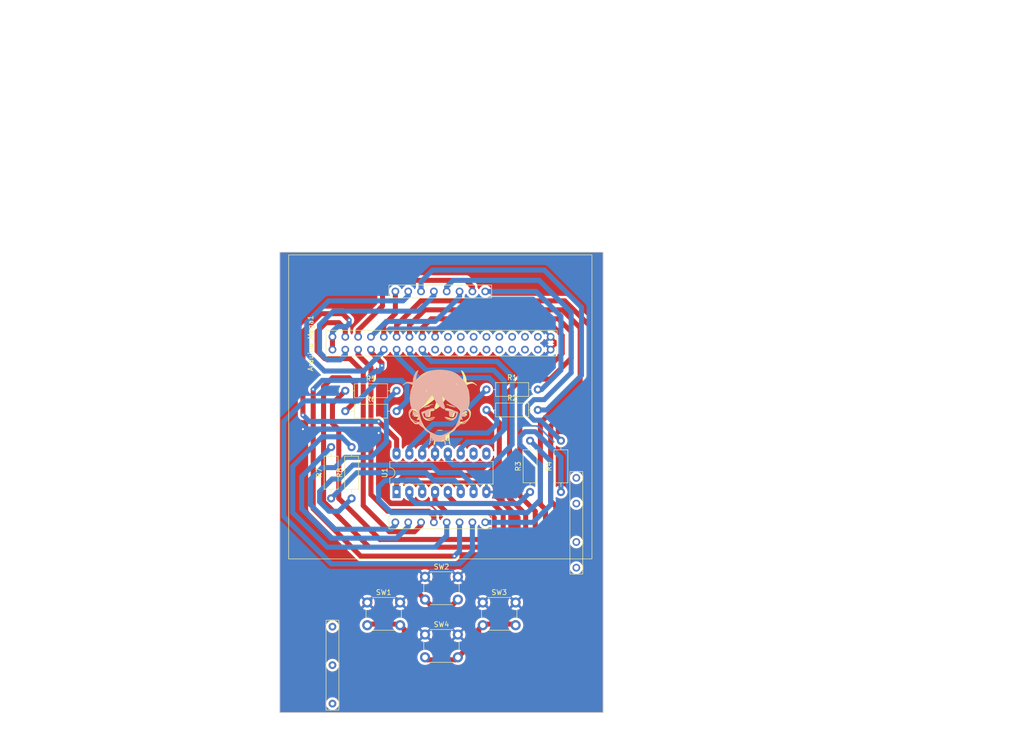
<source format=kicad_pcb>
(kicad_pcb (version 20240108) (generator "pcbnew") (generator_version "8.0")
  (title_block (title "TEJ Final Project") (date "2024-05-03") (company "TEJ4M1-02"))
  (layers (0 "F.Cu" signal) (31 "B.Cu" signal) (34 "B.Paste" user) (35 "F.Paste" user) (36 "B.SilkS" user "B.Silkscreen") (37 "F.SilkS" user "F.Silkscreen") (38 "B.Mask" user) (39 "F.Mask" user) (44 "Edge.Cuts" user))
  (net 0 "")
  (net 1 "Net-(LED_Matrix_8x1-C5)")
  (net 2 "Net-(LED_Matrix_8x1-C2)")
  (net 3 "Net-(LED_Matrix_8x1-C7)")
  (net 4 "Net-(U1-SER)")
  (net 7 "Net-(Arduino_Mega1-Pad33)")
  (net 8 "Net-(U1-SRCLK)")
  (net 9 "Net-(LED_Matrix_8x1-C3)")
  (net 10 "Net-(Arduino_Mega1-Pad37)")
  (net 11 "Net-(LED_Matrix_8x1-C4)")
  (net 12 "Net-(U1-GND)")
  (net 13 "Net-(LED_Matrix_8x1-C8)")
  (net 14 "Net-(Arduino_Mega1-Pad35)")
  (net 15 "Net-(LED_Matrix_8x1-C1)")
  (net 16 "Net-(U1-RCLK)")
  (net 17 "Net-(LED_Matrix_8x1-C6)")
  (net 18 "Net-(LED_Matrix_8x1-R6)")
  (net 19 "Net-(LED_Matrix_8x1-R1)")
  (net 20 "Net-(LED_Matrix_8x1-R7)")
  (net 21 "Net-(LED_Matrix_8x1-R4)")
  (net 22 "Net-(LED_Matrix_8x1-R2)")
  (net 23 "Net-(LED_Matrix_8x1-R3)")
  (net 24 "Net-(LED_Matrix_8x1-R5)")
  (net 25 "Net-(LED_Matrix_8x1-R8)")
  (net 26 "Net-(U1-QA)")
  (net 27 "Net-(U1-QB)")
  (net 28 "Net-(U1-QC)")
  (net 29 "Net-(U1-QD)")
  (net 30 "Net-(U1-QE)")
  (net 31 "Net-(U1-QF)")
  (net 32 "Net-(U1-QG)")
  (net 33 "Net-(U1-QH)")
  (net 34 "Net-(U1-VCC)")
  (net 52 "Net-(Arduino_Mega1-Pad31)")
  (footprint "Resistor_THT:R_Axial_DIN0207_L6.3mm_D2.5mm_P10.16mm_Horizontal" (layer "F.Cu") (at 129.54 72.658)
    (property "Reference" "R5" (at 5.08 -2.37 0) (layer "F.SilkS"))
    (property "Value" "220")
    (pad "1" thru_hole circle (at 0 0) (size 1.6 1.6) (drill 0.8) (layers "*.Cu" "*.Mask") (net 30 "Net-(U1-QE)"))
    (pad "2" thru_hole oval (at 10.16 0) (size 1.6 1.6) (drill 0.8) (layers "*.Cu" "*.Mask") (net 24 "Net-(LED_Matrix_8x1-R5)"))
  )
  (footprint "Button_Switch_THT:SW_PUSH_6mm" (layer "F.Cu") (at 145.32 120.94)
    (property "Reference" "SW4" (at 3.25 -2 0) (layer "F.SilkS"))
    (property "Value" "DOWN")
    (pad "1" thru_hole circle (at 0 0 90) (size 2 2) (drill 1.1) (layers "*.Cu" "*.Mask") (net 12 "Net-(U1-GND)"))
    (pad "1" thru_hole circle (at 6.5 0 90) (size 2 2) (drill 1.1) (layers "*.Cu" "*.Mask") (net 12 "Net-(U1-GND)"))
    (pad "2" thru_hole circle (at 0 4.5 90) (size 2 2) (drill 1.1) (layers "*.Cu" "*.Mask") (net 10 "Net-(Arduino_Mega1-Pad37)"))
    (pad "2" thru_hole circle (at 6.5 4.5 90) (size 2 2) (drill 1.1) (layers "*.Cu" "*.Mask") (net 10 "Net-(Arduino_Mega1-Pad37)"))
  )
  (footprint "Package_DIP:CERDIP-16_W7.62mm_SideBrazed_LongPads" (layer "F.Cu") (at 139.68 92.71 90)
    (property "Reference" "U1" (at 3.81 -2.33 -90) (layer "F.SilkS"))
    (property "Value" "74HC595")
    (pad "1" thru_hole rect (at 0 0 90) (size 2.4 1.6) (drill 0.8) (layers "*.Cu" "*.Mask") (net 27 "Net-(U1-QB)"))
    (pad "2" thru_hole oval (at 0 2.54 90) (size 2.4 1.6) (drill 0.8) (layers "*.Cu" "*.Mask") (net 28 "Net-(U1-QC)"))
    (pad "3" thru_hole oval (at 0 5.08 90) (size 2.4 1.6) (drill 0.8) (layers "*.Cu" "*.Mask") (net 29 "Net-(U1-QD)"))
    (pad "4" thru_hole oval (at 0 7.62 90) (size 2.4 1.6) (drill 0.8) (layers "*.Cu" "*.Mask") (net 30 "Net-(U1-QE)"))
    (pad "5" thru_hole oval (at 0 10.16 90) (size 2.4 1.6) (drill 0.8) (layers "*.Cu" "*.Mask") (net 31 "Net-(U1-QF)"))
    (pad "6" thru_hole oval (at 0 12.7 90) (size 2.4 1.6) (drill 0.8) (layers "*.Cu" "*.Mask") (net 32 "Net-(U1-QG)"))
    (pad "7" thru_hole oval (at 0 15.24 90) (size 2.4 1.6) (drill 0.8) (layers "*.Cu" "*.Mask") (net 33 "Net-(U1-QH)"))
    (pad "8" thru_hole oval (at 0 17.78 90) (size 2.4 1.6) (drill 0.8) (layers "*.Cu" "*.Mask") (net 12 "Net-(U1-GND)"))
    (pad "9" thru_hole oval (at 7.62 17.78 90) (size 2.4 1.6) (drill 0.8) (layers "*.Cu" "*.Mask"))
    (pad "10" thru_hole oval (at 7.62 15.24 90) (size 2.4 1.6) (drill 0.8) (layers "*.Cu" "*.Mask"))
    (pad "11" thru_hole oval (at 7.62 12.7 90) (size 2.4 1.6) (drill 0.8) (layers "*.Cu" "*.Mask") (net 8 "Net-(U1-SRCLK)"))
    (pad "12" thru_hole oval (at 7.62 10.16 90) (size 2.4 1.6) (drill 0.8) (layers "*.Cu" "*.Mask") (net 16 "Net-(U1-RCLK)"))
    (pad "13" thru_hole oval (at 7.62 7.62 90) (size 2.4 1.6) (drill 0.8) (layers "*.Cu" "*.Mask") (net 12 "Net-(U1-GND)"))
    (pad "14" thru_hole oval (at 7.62 5.08 90) (size 2.4 1.6) (drill 0.8) (layers "*.Cu" "*.Mask") (net 4 "Net-(U1-SER)"))
    (pad "15" thru_hole oval (at 7.62 2.54 90) (size 2.4 1.6) (drill 0.8) (layers "*.Cu" "*.Mask") (net 26 "Net-(U1-QA)"))
    (pad "16" thru_hole oval (at 7.62 0 90) (size 2.4 1.6) (drill 0.8) (layers "*.Cu" "*.Mask") (net 34 "Net-(U1-VCC)"))
  )
  (footprint "Resistor_THT:R_Axial_DIN0207_L6.3mm_D2.5mm_P10.16mm_Horizontal" (layer "F.Cu") (at 126.74 93.98 90)
    (property "Reference" "R7" (at 5.08 -2.37 -90) (layer "F.SilkS"))
    (property "Value" "220")
    (pad "1" thru_hole circle (at 0 0 90) (size 1.6 1.6) (drill 0.8) (layers "*.Cu" "*.Mask") (net 32 "Net-(U1-QG)"))
    (pad "2" thru_hole oval (at 10.16 0 90) (size 1.6 1.6) (drill 0.8) (layers "*.Cu" "*.Mask") (net 20 "Net-(LED_Matrix_8x1-R7)"))
  )
  (footprint "Resistor_THT:R_Axial_DIN0207_L6.3mm_D2.5mm_P10.16mm_Horizontal" (layer "F.Cu") (at 129.54 76.708)
    (property "Reference" "R6" (at 5.08 -2.37 0) (layer "F.SilkS"))
    (property "Value" "220")
    (pad "1" thru_hole circle (at 0 0) (size 1.6 1.6) (drill 0.8) (layers "*.Cu" "*.Mask") (net 31 "Net-(U1-QF)"))
    (pad "2" thru_hole oval (at 10.16 0) (size 1.6 1.6) (drill 0.8) (layers "*.Cu" "*.Mask") (net 18 "Net-(LED_Matrix_8x1-R6)"))
  )
  (footprint "Resistor_THT:R_Axial_DIN0207_L6.3mm_D2.5mm_P10.16mm_Horizontal" (layer "F.Cu") (at 157.48 72.418)
    (property "Reference" "R1" (at 5.08 -2.37 0) (layer "F.SilkS"))
    (property "Value" "220")
    (pad "1" thru_hole circle (at 0 0) (size 1.6 1.6) (drill 0.8) (layers "*.Cu" "*.Mask") (net 26 "Net-(U1-QA)"))
    (pad "2" thru_hole oval (at 10.16 0) (size 1.6 1.6) (drill 0.8) (layers "*.Cu" "*.Mask") (net 19 "Net-(LED_Matrix_8x1-R1)"))
  )
  (footprint "TEJ Matrix:LED Matrix" (layer "F.Cu") (at 148.343 75.859 90)
    (property "Reference" "LED_Matrix_8x1" (hide yes))
    (property "Value" "~" (hide yes))
    (pad "1" thru_hole circle (at -22.86 -8.89 90) (size 1.524 1.524) (drill 0.9) (layers "*.Cu" "*.Mask") (net 24 "Net-(LED_Matrix_8x1-R5)"))
    (pad "2" thru_hole circle (at -22.86 -6.35 90) (size 1.524 1.524) (drill 0.9) (layers "*.Cu" "*.Mask") (net 20 "Net-(LED_Matrix_8x1-R7)"))
    (pad "3" thru_hole circle (at -22.86 -3.81 90) (size 1.524 1.524) (drill 0.9) (layers "*.Cu" "*.Mask") (net 2 "Net-(LED_Matrix_8x1-C2)"))
    (pad "4" thru_hole circle (at -22.86 -1.27 90) (size 1.524 1.524) (drill 0.9) (layers "*.Cu" "*.Mask") (net 9 "Net-(LED_Matrix_8x1-C3)"))
    (pad "5" thru_hole circle (at -22.86 1.27 90) (size 1.524 1.524) (drill 0.9) (layers "*.Cu" "*.Mask") (net 25 "Net-(LED_Matrix_8x1-R8)"))
    (pad "6" thru_hole circle (at -22.86 3.81 90) (size 1.524 1.524) (drill 0.9) (layers "*.Cu" "*.Mask") (net 1 "Net-(LED_Matrix_8x1-C5)"))
    (pad "7" thru_hole circle (at -22.86 6.35 90) (size 1.524 1.524) (drill 0.9) (layers "*.Cu" "*.Mask") (net 18 "Net-(LED_Matrix_8x1-R6)"))
    (pad "8" thru_hole circle (at -22.86 8.89 90) (size 1.524 1.524) (drill 0.9) (layers "*.Cu" "*.Mask") (net 23 "Net-(LED_Matrix_8x1-R3)"))
    (pad "9" thru_hole circle (at 22.86 8.89 90) (size 1.524 1.524) (drill 0.9) (layers "*.Cu" "*.Mask") (net 19 "Net-(LED_Matrix_8x1-R1)"))
    (pad "10" thru_hole circle (at 22.86 6.35 90) (size 1.524 1.524) (drill 0.9) (layers "*.Cu" "*.Mask") (net 11 "Net-(LED_Matrix_8x1-C4)"))
    (pad "11" thru_hole circle (at 22.86 3.81 90) (size 1.524 1.524) (drill 0.9) (layers "*.Cu" "*.Mask") (net 17 "Net-(LED_Matrix_8x1-C6)"))
    (pad "12" thru_hole circle (at 22.86 1.27 90) (size 1.524 1.524) (drill 0.9) (layers "*.Cu" "*.Mask") (net 21 "Net-(LED_Matrix_8x1-R4)"))
    (pad "13" thru_hole circle (at 22.86 -1.27 90) (size 1.524 1.524) (drill 0.9) (layers "*.Cu" "*.Mask") (net 15 "Net-(LED_Matrix_8x1-C1)"))
    (pad "14" thru_hole circle (at 22.86 -3.81 90) (size 1.524 1.524) (drill 0.9) (layers "*.Cu" "*.Mask") (net 22 "Net-(LED_Matrix_8x1-R2)"))
    (pad "15" thru_hole circle (at 22.86 -6.35 90) (size 1.524 1.524) (drill 0.9) (layers "*.Cu" "*.Mask") (net 3 "Net-(LED_Matrix_8x1-C7)"))
    (pad "16" thru_hole circle (at 22.86 -8.89 90) (size 1.524 1.524) (drill 0.9) (layers "*.Cu" "*.Mask") (net 13 "Net-(LED_Matrix_8x1-C8)"))
  )
  (footprint "Resistor_THT:R_Axial_DIN0207_L6.3mm_D2.5mm_P10.16mm_Horizontal" (layer "F.Cu") (at 130.79 93.98 90)
    (property "Reference" "R8" (at 5.08 -2.37 -90) (layer "F.SilkS"))
    (property "Value" "220")
    (pad "1" thru_hole circle (at 0 0 90) (size 1.6 1.6) (drill 0.8) (layers "*.Cu" "*.Mask") (net 33 "Net-(U1-QH)"))
    (pad "2" thru_hole oval (at 10.16 0 90) (size 1.6 1.6) (drill 0.8) (layers "*.Cu" "*.Mask") (net 25 "Net-(LED_Matrix_8x1-R8)"))
  )
  (footprint "Resistor_THT:R_Axial_DIN0207_L6.3mm_D2.5mm_P10.16mm_Horizontal" (layer "F.Cu") (at 166.11 92.71 90)
    (property "Reference" "R3" (at 5.08 -2.37 -90) (layer "F.SilkS"))
    (property "Value" "220")
    (pad "1" thru_hole circle (at 0 0 90) (size 1.6 1.6) (drill 0.8) (layers "*.Cu" "*.Mask") (net 28 "Net-(U1-QC)"))
    (pad "2" thru_hole oval (at 10.16 0 90) (size 1.6 1.6) (drill 0.8) (layers "*.Cu" "*.Mask") (net 23 "Net-(LED_Matrix_8x1-R3)"))
  )
  (footprint "TEJ Matrix:Arduino Mega" (layer "F.Cu") (at 148.59 63.246 90)
    (property "Reference" "Arduino_Mega1" (at 0 -25.908 90) (layer "F.SilkS"))
    (property "Value" "~")
    (pad "5V" thru_hole circle (at -1.27 -21.59 90) (size 1.524 1.524) (drill 0.9) (layers "*.Cu" "*.Mask") (net 34 "Net-(U1-VCC)"))
    (pad "5V" thru_hole circle (at 1.27 -21.59 90) (size 1.524 1.524) (drill 0.9) (layers "*.Cu" "*.Mask") (net 34 "Net-(U1-VCC)"))
    (pad "22" thru_hole circle (at -1.27 -19.05 90) (size 1.524 1.524) (drill 0.9) (layers "*.Cu" "*.Mask") (net 15 "Net-(LED_Matrix_8x1-C1)"))
    (pad "23" thru_hole circle (at 1.27 -19.05 90) (size 1.524 1.524) (drill 0.9) (layers "*.Cu" "*.Mask") (net 2 "Net-(LED_Matrix_8x1-C2)"))
    (pad "24" thru_hole circle (at -1.27 -16.51 90) (size 1.524 1.524) (drill 0.9) (layers "*.Cu" "*.Mask") (net 9 "Net-(LED_Matrix_8x1-C3)"))
    (pad "25" thru_hole circle (at 1.27 -16.51 90) (size 1.524 1.524) (drill 0.9) (layers "*.Cu" "*.Mask") (net 11 "Net-(LED_Matrix_8x1-C4)"))
    (pad "26" thru_hole circle (at -1.27 -13.97 90) (size 1.524 1.524) (drill 0.9) (layers "*.Cu" "*.Mask") (net 1 "Net-(LED_Matrix_8x1-C5)"))
    (pad "27" thru_hole circle (at 1.27 -13.97 90) (size 1.524 1.524) (drill 0.9) (layers "*.Cu" "*.Mask") (net 17 "Net-(LED_Matrix_8x1-C6)"))
    (pad "28" thru_hole circle (at -1.27 -11.43 90) (size 1.524 1.524) (drill 0.9) (layers "*.Cu" "*.Mask") (net 3 "Net-(LED_Matrix_8x1-C7)"))
    (pad "29" thru_hole circle (at 1.27 -11.43 90) (size 1.524 1.524) (drill 0.9) (layers "*.Cu" "*.Mask") (net 13 "Net-(LED_Matrix_8x1-C8)"))
    (pad "30" thru_hole circle (at -1.27 -8.89 90) (size 1.524 1.524) (drill 0.9) (layers "*.Cu" "*.Mask") (net 4 "Net-(U1-SER)"))
    (pad "31" thru_hole circle (at 1.27 -8.89 90) (size 1.524 1.524) (drill 0.9) (layers "*.Cu" "*.Mask") (net 52 "Net-(Arduino_Mega1-Pad31)"))
    (pad "32" thru_hole circle (at -1.27 -6.35 90) (size 1.524 1.524) (drill 0.9) (layers "*.Cu" "*.Mask") (net 8 "Net-(U1-SRCLK)"))
    (pad "33" thru_hole circle (at 1.27 -6.35 90) (size 1.524 1.524) (drill 0.9) (layers "*.Cu" "*.Mask") (net 7 "Net-(Arduino_Mega1-Pad33)"))
    (pad "34" thru_hole circle (at -1.27 -3.81 90) (size 1.524 1.524) (drill 0.9) (layers "*.Cu" "*.Mask") (net 16 "Net-(U1-RCLK)"))
    (pad "35" thru_hole circle (at 1.27 -3.81 90) (size 1.524 1.524) (drill 0.9) (layers "*.Cu" "*.Mask") (net 14 "Net-(Arduino_Mega1-Pad35)"))
    (pad "36" thru_hole circle (at -1.27 -1.27 90) (size 1.524 1.524) (drill 0.9) (layers "*.Cu" "*.Mask"))
    (pad "37" thru_hole circle (at 1.27 -1.27 90) (size 1.524 1.524) (drill 0.9) (layers "*.Cu" "*.Mask") (net 10 "Net-(Arduino_Mega1-Pad37)"))
    (pad "38" thru_hole circle (at -1.27 1.27 90) (size 1.524 1.524) (drill 0.9) (layers "*.Cu" "*.Mask"))
    (pad "39" thru_hole circle (at 1.27 1.27 90) (size 1.524 1.524) (drill 0.9) (layers "*.Cu" "*.Mask"))
    (pad "40" thru_hole circle (at -1.27 3.81 90) (size 1.524 1.524) (drill 0.9) (layers "*.Cu" "*.Mask"))
    (pad "41" thru_hole circle (at 1.27 3.81 90) (size 1.524 1.524) (drill 0.9) (layers "*.Cu" "*.Mask"))
    (pad "42" thru_hole circle (at -1.27 6.35 90) (size 1.524 1.524) (drill 0.9) (layers "*.Cu" "*.Mask"))
    (pad "43" thru_hole circle (at 1.27 6.35 90) (size 1.524 1.524) (drill 0.9) (layers "*.Cu" "*.Mask"))
    (pad "44" thru_hole circle (at -1.27 8.89 90) (size 1.524 1.524) (drill 0.9) (layers "*.Cu" "*.Mask"))
    (pad "45" thru_hole circle (at 1.27 8.89 90) (size 1.524 1.524) (drill 0.9) (layers "*.Cu" "*.Mask"))
    (pad "46" thru_hole circle (at -1.27 11.43 90) (size 1.524 1.524) (drill 0.9) (layers "*.Cu" "*.Mask"))
    (pad "47" thru_hole circle (at 1.27 11.43 90) (size 1.524 1.524) (drill 0.9) (layers "*.Cu" "*.Mask"))
    (pad "48" thru_hole circle (at -1.27 13.97 90) (size 1.524 1.524) (drill 0.9) (layers "*.Cu" "*.Mask"))
    (pad "49" thru_hole circle (at 1.27 13.97 90) (size 1.524 1.524) (drill 0.9) (layers "*.Cu" "*.Mask"))
    (pad "50" thru_hole circle (at -1.27 16.51 90) (size 1.524 1.524) (drill 0.9) (layers "*.Cu" "*.Mask"))
    (pad "51" thru_hole circle (at 1.27 16.51 90) (size 1.524 1.524) (drill 0.9) (layers "*.Cu" "*.Mask"))
    (pad "52" thru_hole circle (at -1.27 19.05 90) (size 1.524 1.524) (drill 0.9) (layers "*.Cu" "*.Mask"))
    (pad "53" thru_hole circle (at 1.27 19.05 90) (size 1.524 1.524) (drill 0.9) (layers "*.Cu" "*.Mask"))
    (pad "D" thru_hole circle (at -71.374 -21.59 90) (size 1.524 1.524) (drill 0.762) (layers "*.Cu" "*.Mask"))
    (pad "D" thru_hole circle (at -63.754 -21.59 90) (size 1.524 1.524) (drill 0.762) (layers "*.Cu" "*.Mask"))
    (pad "D" thru_hole circle (at -56.134 -21.59 90) (size 1.524 1.524) (drill 0.762) (layers "*.Cu" "*.Mask"))
    (pad "D" thru_hole circle (at -44.45 26.67 90) (size 1.524 1.524) (drill 0.9) (layers "*.Cu" "*.Mask"))
    (pad "D" thru_hole circle (at -39.37 26.67 90) (size 1.524 1.524) (drill 0.9) (layers "*.Cu" "*.Mask"))
    (pad "D" thru_hole circle (at -31.75 26.67 90) (size 1.524 1.524) (drill 0.9) (layers "*.Cu" "*.Mask"))
    (pad "D" thru_hole circle (at -26.67 26.67 90) (size 1.524 1.524) (drill 0.9) (layers "*.Cu" "*.Mask"))
    (pad "GND" thru_hole circle (at -1.27 21.59 90) (size 1.524 1.524) (drill 0.9) (layers "*.Cu" "*.Mask") (net 12 "Net-(U1-GND)"))
    (pad "GND" thru_hole circle (at 1.27 21.59 90) (size 1.524 1.524) (drill 0.9) (layers "*.Cu" "*.Mask") (net 12 "Net-(U1-GND)"))
  )
  (footprint "Button_Switch_THT:SW_PUSH_6mm" (layer "F.Cu") (at 145.32 109.51)
    (property "Reference" "SW2" (at 3.25 -2 0) (layer "F.SilkS"))
    (property "Value" "UP")
    (pad "1" thru_hole circle (at 0 0 90) (size 2 2) (drill 1.1) (layers "*.Cu" "*.Mask") (net 12 "Net-(U1-GND)"))
    (pad "1" thru_hole circle (at 6.5 0 90) (size 2 2) (drill 1.1) (layers "*.Cu" "*.Mask") (net 12 "Net-(U1-GND)"))
    (pad "2" thru_hole circle (at 0 4.5 90) (size 2 2) (drill 1.1) (layers "*.Cu" "*.Mask") (net 52 "Net-(Arduino_Mega1-Pad31)"))
    (pad "2" thru_hole circle (at 6.5 4.5 90) (size 2 2) (drill 1.1) (layers "*.Cu" "*.Mask") (net 52 "Net-(Arduino_Mega1-Pad31)"))
  )
  (footprint "Button_Switch_THT:SW_PUSH_6mm" (layer "F.Cu") (at 156.75 114.59)
    (property "Reference" "SW3" (at 3.25 -2 0) (layer "F.SilkS"))
    (property "Value" "RIGHT")
    (pad "1" thru_hole circle (at 0 0 90) (size 2 2) (drill 1.1) (layers "*.Cu" "*.Mask") (net 12 "Net-(U1-GND)"))
    (pad "1" thru_hole circle (at 6.5 0 90) (size 2 2) (drill 1.1) (layers "*.Cu" "*.Mask") (net 12 "Net-(U1-GND)"))
    (pad "2" thru_hole circle (at 0 4.5 90) (size 2 2) (drill 1.1) (layers "*.Cu" "*.Mask") (net 7 "Net-(Arduino_Mega1-Pad33)"))
    (pad "2" thru_hole circle (at 6.5 4.5 90) (size 2 2) (drill 1.1) (layers "*.Cu" "*.Mask") (net 7 "Net-(Arduino_Mega1-Pad33)"))
  )
  (footprint "Button_Switch_THT:SW_PUSH_6mm" (layer "F.Cu") (at 133.89 114.59)
    (property "Reference" "SW1" (at 3.25 -2 0) (layer "F.SilkS"))
    (property "Value" "LEFT")
    (pad "1" thru_hole circle (at 0 0 90) (size 2 2) (drill 1.1) (layers "*.Cu" "*.Mask") (net 12 "Net-(U1-GND)"))
    (pad "1" thru_hole circle (at 6.5 0 90) (size 2 2) (drill 1.1) (layers "*.Cu" "*.Mask") (net 12 "Net-(U1-GND)"))
    (pad "2" thru_hole circle (at 0 4.5 90) (size 2 2) (drill 1.1) (layers "*.Cu" "*.Mask") (net 14 "Net-(Arduino_Mega1-Pad35)"))
    (pad "2" thru_hole circle (at 6.5 4.5 90) (size 2 2) (drill 1.1) (layers "*.Cu" "*.Mask") (net 14 "Net-(Arduino_Mega1-Pad35)"))
  )
  (footprint "Resistor_THT:R_Axial_DIN0207_L6.3mm_D2.5mm_P10.16mm_Horizontal" (layer "F.Cu") (at 157.48 76.468)
    (property "Reference" "R2" (at 5.08 -2.37 0) (layer "F.SilkS"))
    (property "Value" "220")
    (pad "1" thru_hole circle (at 0 0) (size 1.6 1.6) (drill 0.8) (layers "*.Cu" "*.Mask") (net 27 "Net-(U1-QB)"))
    (pad "2" thru_hole oval (at 10.16 0) (size 1.6 1.6) (drill 0.8) (layers "*.Cu" "*.Mask") (net 22 "Net-(LED_Matrix_8x1-R2)"))
  )
  (footprint "Resistor_THT:R_Axial_DIN0207_L6.3mm_D2.5mm_P10.16mm_Horizontal" (layer "F.Cu") (at 172.212 92.71 90)
    (property "Reference" "R4" (at 5.08 -2.37 -90) (layer "F.SilkS"))
    (property "Value" "220")
    (pad "1" thru_hole circle (at 0 0 90) (size 1.6 1.6) (drill 0.8) (layers "*.Cu" "*.Mask") (net 29 "Net-(U1-QD)"))
    (pad "2" thru_hole oval (at 10.16 0 90) (size 1.6 1.6) (drill 0.8) (layers "*.Cu" "*.Mask") (net 21 "Net-(LED_Matrix_8x1-R4)"))
  )
  (gr_rect (start 116.566 45.212) (end 180.574 136.398) (stroke (width 0.15)) (fill none) (layer "Edge.Cuts"))
  (segment (start 134.62 65.024) (end 134.62 64.516) (width 1) (layer "F.Cu") (net 1))
  (segment (start 136.779 67.691) (end 136.779 67.183) (width 1) (layer "F.Cu") (net 1))
  (segment (start 136.779 67.183) (end 134.62 65.024) (width 1) (layer "F.Cu") (net 1))
  (segment (start 123.19 96.012) (end 132.588 105.41) (width 1) (layer "F.Cu") (net 1))
  (segment (start 123.19 72.39) (end 123.19 96.012) (width 1) (layer "F.Cu") (net 1))
  (segment (start 132.588 105.41) (end 151.13 105.41) (width 1) (layer "F.Cu") (net 1))
  (via (at 123.19 72.39) (size 0.6) (drill 0.4) (layers "F.Cu" "B.Cu") (net 1))
  (via (at 136.779 67.691) (size 0.6) (drill 0.4) (layers "F.Cu" "B.Cu") (net 1))
  (via (at 151.13 105.41) (size 0.6) (drill 0.4) (layers "F.Cu" "B.Cu") (net 1))
  (segment (start 151.13 105.41) (end 152.153 104.387) (width 1) (layer "B.Cu") (net 1))
  (segment (start 152.153 104.387) (end 152.153 98.719) (width 1) (layer "B.Cu") (net 1))
  (segment (start 135.382 68.834) (end 133.604 70.612) (width 1) (layer "B.Cu") (net 1))
  (segment (start 124.968 70.612) (end 123.19 72.39) (width 1) (layer "B.Cu") (net 1))
  (segment (start 136.779 67.691) (end 136.779 68.199) (width 1) (layer "B.Cu") (net 1))
  (segment (start 133.604 70.612) (end 124.968 70.612) (width 1) (layer "B.Cu") (net 1))
  (segment (start 136.144 68.834) (end 135.382 68.834) (width 1) (layer "B.Cu") (net 1))
  (segment (start 136.779 68.199) (end 136.144 68.834) (width 1) (layer "B.Cu") (net 1))
  (segment (start 128.27 59.182) (end 129.54 60.452) (width 1) (layer "F.Cu") (net 2))
  (segment (start 133.096 95.407321) (end 133.096 68.961) (width 1) (layer "F.Cu") (net 2))
  (segment (start 123.952 64.77) (end 123.952 60.96) (width 1) (layer "F.Cu") (net 2))
  (segment (start 123.952 60.96) (end 125.73 59.182) (width 1) (layer "F.Cu") (net 2))
  (segment (start 133.096 68.961) (end 130.429 66.294) (width 1) (layer "F.Cu") (net 2))
  (segment (start 125.73 59.182) (end 128.27 59.182) (width 1) (layer "F.Cu") (net 2))
  (segment (start 129.54 60.452) (end 129.54 61.976) (width 1) (layer "F.Cu") (net 2))
  (segment (start 125.476 66.294) (end 123.952 64.77) (width 1) (layer "F.Cu") (net 2))
  (segment (start 143.216 100.584) (end 138.272679 100.584) (width 1) (layer "F.Cu") (net 2))
  (segment (start 130.429 66.294) (end 125.476 66.294) (width 1) (layer "F.Cu") (net 2))
  (segment (start 144.533 98.719) (end 144.533 99.267) (width 1) (layer "F.Cu") (net 2))
  (segment (start 138.272679 100.584) (end 133.096 95.407321) (width 1) (layer "F.Cu") (net 2))
  (segment (start 144.533 99.267) (end 143.216 100.584) (width 1) (layer "F.Cu") (net 2))
  (segment (start 137.16 64.77) (end 137.16 64.516) (width 1) (layer "B.Cu") (net 3))
  (segment (start 140.97 54.864) (end 126.238 54.864) (width 1) (layer "B.Cu") (net 3))
  (segment (start 121.92 59.182) (end 121.92 65.278) (width 1) (layer "B.Cu") (net 3))
  (segment (start 121.92 65.278) (end 125.39645 68.75445) (width 1) (layer "B.Cu") (net 3))
  (segment (start 133.17555 68.75445) (end 137.16 64.77) (width 1) (layer "B.Cu") (net 3))
  (segment (start 141.993 52.999) (end 141.993 53.841) (width 1) (layer "B.Cu") (net 3))
  (segment (start 125.39645 68.75445) (end 133.17555 68.75445) (width 1) (layer "B.Cu") (net 3))
  (segment (start 141.993 53.841) (end 140.97 54.864) (width 1) (layer "B.Cu") (net 3))
  (segment (start 126.238 54.864) (end 121.92 59.182) (width 1) (layer "B.Cu") (net 3))
  (segment (start 159.512 79.248) (end 159.512 71.628) (width 1) (layer "B.Cu") (net 4))
  (segment (start 144.76 84.094) (end 147.828 81.026) (width 1) (layer "B.Cu") (net 4))
  (segment (start 144.018 70.104) (end 139.7 65.786) (width 1) (layer "B.Cu") (net 4))
  (segment (start 144.76 85.09) (end 144.76 84.094) (width 1) (layer "B.Cu") (net 4))
  (segment (start 157.988 70.104) (end 144.018 70.104) (width 1) (layer "B.Cu") (net 4))
  (segment (start 139.7 65.786) (end 139.7 64.516) (width 1) (layer "B.Cu") (net 4))
  (segment (start 159.512 71.628) (end 157.988 70.104) (width 1) (layer "B.Cu") (net 4))
  (segment (start 147.828 81.026) (end 157.734 81.026) (width 1) (layer "B.Cu") (net 4))
  (segment (start 157.734 81.026) (end 159.512 79.248) (width 1) (layer "B.Cu") (net 4))
  (segment (start 168.148 78.994) (end 168.148 95.169056) (width 1) (layer "F.Cu") (net 7))
  (segment (start 169.164 96.185056) (end 169.164 119.38) (width 1) (layer "F.Cu") (net 7))
  (segment (start 156.968 118.872) (end 163.032 118.872) (width 1) (layer "F.Cu") (net 7))
  (segment (start 143.002 126.238) (end 144.526 127.762) (width 1) (layer "F.Cu") (net 7))
  (segment (start 142.24 59.67) (end 145.268 56.642) (width 1) (layer "F.Cu") (net 7))
  (segment (start 131.756 118.18) (end 133.096 116.84) (width 1) (layer "F.Cu") (net 7))
  (segment (start 142.24 61.976) (end 142.24 59.67) (width 1) (layer "F.Cu") (net 7))
  (segment (start 144.526 127.762) (end 153.416 127.762) (width 1) (layer "F.Cu") (net 7))
  (segment (start 140.97 131.826) (end 131.756 122.612) (width 1) (layer "F.Cu") (net 7))
  (segment (start 156.718 131.826) (end 140.97 131.826) (width 1) (layer "F.Cu") (net 7))
  (segment (start 176.022 60.198) (end 176.022 71.12) (width 1) (layer "F.Cu") (net 7))
  (segment (start 169.164 119.38) (end 156.718 131.826) (width 1) (layer "F.Cu") (net 7))
  (segment (start 143.002 118.618) (end 143.002 126.238) (width 1) (layer "F.Cu") (net 7))
  (segment (start 172.466 56.642) (end 176.022 60.198) (width 1) (layer "F.Cu") (net 7))
  (segment (start 145.268 56.642) (end 172.466 56.642) (width 1) (layer "F.Cu") (net 7))
  (segment (start 156.75 119.09) (end 156.968 118.872) (width 1) (layer "F.Cu") (net 7))
  (segment (start 153.416 127.762) (end 155.956 125.222) (width 1) (layer "F.Cu") (net 7))
  (segment (start 133.096 116.84) (end 141.224 116.84) (width 1) (layer "F.Cu") (net 7))
  (segment (start 168.148 95.169056) (end 169.164 96.185056) (width 1) (layer "F.Cu") (net 7))
  (segment (start 155.956 125.222) (end 155.956 119.884) (width 1) (layer "F.Cu") (net 7))
  (segment (start 155.956 119.884) (end 156.75 119.09) (width 1) (layer "F.Cu") (net 7))
  (segment (start 141.224 116.84) (end 143.002 118.618) (width 1) (layer "F.Cu") (net 7))
  (segment (start 176.022 71.12) (end 168.148 78.994) (width 1) (layer "F.Cu") (net 7))
  (segment (start 163.032 118.872) (end 163.25 119.09) (width 1) (layer "F.Cu") (net 7))
  (segment (start 131.756 122.612) (end 131.756 118.18) (width 1) (layer "F.Cu") (net 7))
  (segment (start 158.496 82.804) (end 153.67 82.804) (width 1) (layer "B.Cu") (net 8))
  (segment (start 145.542 68.58) (end 158.877 68.58) (width 1) (layer "B.Cu") (net 8))
  (segment (start 153.67 82.804) (end 152.38 84.094) (width 1) (layer "B.Cu") (net 8))
  (segment (start 142.24 64.516) (end 142.24 65.278) (width 1) (layer "B.Cu") (net 8))
  (segment (start 152.38 84.094) (end 152.38 85.09) (width 1) (layer "B.Cu") (net 8))
  (segment (start 161.036 80.264) (end 158.496 82.804) (width 1) (layer "B.Cu") (net 8))
  (segment (start 142.24 65.278) (end 145.542 68.58) (width 1) (layer "B.Cu") (net 8))
  (segment (start 161.036 70.739) (end 161.036 80.264) (width 1) (layer "B.Cu") (net 8))
  (segment (start 158.877 68.58) (end 161.036 70.739) (width 1) (layer "B.Cu") (net 8))
  (segment (start 146.05 96.52) (end 147.073 97.543) (width 1) (layer "F.Cu") (net 9))
  (segment (start 137.922 96.52) (end 146.05 96.52) (width 1) (layer "F.Cu") (net 9))
  (segment (start 134.62 93.218) (end 137.922 96.52) (width 1) (layer "F.Cu") (net 9))
  (segment (start 132.08 65.532) (end 134.62 68.072) (width 1) (layer "F.Cu") (net 9))
  (segment (start 132.08 64.516) (end 132.08 65.532) (width 1) (layer "F.Cu") (net 9))
  (segment (start 147.073 97.543) (end 147.073 98.719) (width 1) (layer "F.Cu") (net 9))
  (segment (start 134.62 68.072) (end 134.62 93.218) (width 1) (layer "F.Cu") (net 9))
  (segment (start 151.32 125.94) (end 151.82 125.44) (width 1) (layer "F.Cu") (net 10))
  (segment (start 162.052 72.644) (end 162.052 93.98) (width 1) (layer "F.Cu") (net 10))
  (segment (start 147.32 61.976) (end 147.32 60.96) (width 1) (layer "F.Cu") (net 10))
  (segment (start 148.082 60.198) (end 170.942 60.198) (width 1) (layer "F.Cu") (net 10))
  (segment (start 164.080472 116.843528) (end 155.698472 116.843528) (width 1) (layer "F.Cu") (net 10))
  (segment (start 169.418 68.326) (end 166.37 68.326) (width 1) (layer "F.Cu") (net 10))
  (segment (start 165.24 97.168) (end 165.24 115.684) (width 1) (layer "F.Cu") (net 10))
  (segment (start 162.052 93.98) (end 165.24 97.168) (width 1) (layer "F.Cu") (net 10))
  (segment (start 172.466 65.278) (end 169.418 68.326) (width 1) (layer "F.Cu") (net 10))
  (segment (start 155.698472 116.843528) (end 154.432 118.11) (width 1) (layer "F.Cu") (net 10))
  (segment (start 145.32 125.44) (end 145.82 125.94) (width 1) (layer "F.Cu") (net 10))
  (segment (start 172.466 61.722) (end 172.466 65.278) (width 1) (layer "F.Cu") (net 10))
  (segment (start 154.432 118.11) (end 154.432 122.828) (width 1) (layer "F.Cu") (net 10))
  (segment (start 154.432 122.828) (end 151.82 125.44) (width 1) (layer "F.Cu") (net 10))
  (segment (start 145.82 125.94) (end 151.32 125.94) (width 1) (layer "F.Cu") (net 10))
  (segment (start 147.32 60.96) (end 148.082 60.198) (width 1) (layer "F.Cu") (net 10))
  (segment (start 166.37 68.326) (end 162.052 72.644) (width 1) (layer "F.Cu") (net 10))
  (segment (start 170.942 60.198) (end 172.466 61.722) (width 1) (layer "F.Cu") (net 10))
  (segment (start 165.24 115.684) (end 164.080472 116.843528) (width 1) (layer "F.Cu") (net 10))
  (segment (start 136.906 55.88) (end 132.08 60.706) (width 1) (layer "F.Cu") (net 11))
  (segment (start 154.693 52.999) (end 154.693 52.077) (width 1) (layer "F.Cu") (net 11))
  (segment (start 153.416 50.8) (end 138.43 50.8) (width 1) (layer "F.Cu") (net 11))
  (segment (start 138.43 50.8) (end 136.906 52.324) (width 1) (layer "F.Cu") (net 11))
  (segment (start 136.906 52.324) (end 136.906 55.88) (width 1) (layer "F.Cu") (net 11))
  (segment (start 154.693 52.077) (end 153.416 50.8) (width 1) (layer "F.Cu") (net 11))
  (segment (start 132.08 60.706) (end 132.08 61.976) (width 1) (layer "F.Cu") (net 11))
  (segment (start 133.89 114.59) (end 134.39 114.09) (width 1) (layer "F.Cu") (net 12))
  (segment (start 121.158 80.264) (end 121.158 80.518) (width 1) (layer "F.Cu") (net 12))
  (segment (start 139.89 114.09) (end 140.39 114.59) (width 1) (layer "F.Cu") (net 12))
  (segment (start 140.39 114.59) (end 140.39 114.44) (width 1) (layer "F.Cu") (net 12))
  (segment (start 136.144 81.28) (end 136.144 81.026) (width 1) (layer "F.Cu") (net 12))
  (via (at 121.158 80.264) (size 0.6) (drill 0.4) (layers "F.Cu" "B.Cu") (net 12))
  (via (at 136.144 81.026) (size 0.6) (drill 0.4) (layers "F.Cu" "B.Cu") (net 12))
  (segment (start 136.144 81.026) (end 135.382 80.264) (width 1) (layer "B.Cu") (net 12))
  (segment (start 135.382 80.264) (end 121.158 80.264) (width 1) (layer "B.Cu") (net 12))
  (segment (start 139.453 57.377) (end 137.16 59.67) (width 1) (layer "F.Cu") (net 13))
  (segment (start 137.16 59.67) (end 137.16 61.976) (width 1) (layer "F.Cu") (net 13))
  (segment (start 139.453 52.999) (end 139.453 57.377) (width 1) (layer "F.Cu") (net 13))
  (segment (start 141.224 127.508) (end 141.224 119.924) (width 1) (layer "F.Cu") (net 14))
  (segment (start 144.78 61.976) (end 144.78 60.198) (width 1) (layer "F.Cu") (net 14))
  (segment (start 144.78 60.198) (end 146.558 58.42) (width 1) (layer "F.Cu") (net 14))
  (segment (start 141.224 119.924) (end 140.39 119.09) (width 1) (layer "F.Cu") (net 14))
  (segment (start 164.084 93.472) (end 167.132 96.52) (width 1) (layer "F.Cu") (net 14))
  (segment (start 167.112 70.358) (end 164.084 73.386) (width 1) (layer "F.Cu") (net 14))
  (segment (start 171.704 58.42) (end 174.244 60.96) (width 1) (layer "F.Cu") (net 14))
  (segment (start 167.132 96.52) (end 167.132 118.297457) (width 1) (layer "F.Cu") (net 14))
  (segment (start 155.635457 129.794) (end 143.51 129.794) (width 1) (layer "F.Cu") (net 14))
  (segment (start 167.132 118.297457) (end 155.635457 129.794) (width 1) (layer "F.Cu") (net 14))
  (segment (start 140.172 118.872) (end 140.39 119.09) (width 1) (layer "F.Cu") (net 14))
  (segment (start 164.084 73.386) (end 164.084 93.472) (width 1) (layer "F.Cu") (net 14))
  (segment (start 133.89 119.09) (end 134.108 118.872) (width 1) (layer "F.Cu") (net 14))
  (segment (start 170.103623 70.358) (end 167.112 70.358) (width 1) (layer "F.Cu") (net 14))
  (segment (start 174.244 60.96) (end 174.244 66.217623) (width 1) (layer "F.Cu") (net 14))
  (segment (start 134.108 118.872) (end 140.172 118.872) (width 1) (layer "F.Cu") (net 14))
  (segment (start 143.51 129.794) (end 141.224 127.508) (width 1) (layer "F.Cu") (net 14))
  (segment (start 174.244 66.217623) (end 170.103623 70.358) (width 1) (layer "F.Cu") (net 14))
  (segment (start 146.558 58.42) (end 171.704 58.42) (width 1) (layer "F.Cu") (net 14))
  (segment (start 124.44 65.004) (end 125.984 66.548) (width 1) (layer "B.Cu") (net 15))
  (segment (start 147.073 52.999) (end 147.073 53.841) (width 1) (layer "B.Cu") (net 15))
  (segment (start 125.984 66.548) (end 128.524 66.548) (width 1) (layer "B.Cu") (net 15))
  (segment (start 124.44 59.629056) (end 124.44 65.004) (width 1) (layer "B.Cu") (net 15))
  (segment (start 144.018 56.896) (end 127.173056 56.896) (width 1) (layer "B.Cu") (net 15))
  (segment (start 128.524 66.548) (end 129.54 65.532) (width 1) (layer "B.Cu") (net 15))
  (segment (start 147.073 53.841) (end 144.018 56.896) (width 1) (layer "B.Cu") (net 15))
  (segment (start 127.173056 56.896) (end 124.44 59.629056) (width 1) (layer "B.Cu") (net 15))
  (segment (start 129.54 65.532) (end 129.54 64.516) (width 1) (layer "B.Cu") (net 15))
  (segment (start 158.496 87.376) (end 162.56 83.312) (width 1) (layer "B.Cu") (net 16))
  (segment (start 162.56 83.312) (end 162.56 69.85) (width 1) (layer "B.Cu") (net 16))
  (segment (start 159.566428 66.856428) (end 146.612428 66.856428) (width 1) (layer "B.Cu") (net 16))
  (segment (start 146.612428 66.856428) (end 144.78 65.024) (width 1) (layer "B.Cu") (net 16))
  (segment (start 149.84 85.09) (end 149.84 86.34) (width 1) (layer "B.Cu") (net 16))
  (segment (start 150.876 87.376) (end 158.496 87.376) (width 1) (layer "B.Cu") (net 16))
  (segment (start 144.78 65.024) (end 144.78 64.516) (width 1) (layer "B.Cu") (net 16))
  (segment (start 162.56 69.85) (end 159.566428 66.856428) (width 1) (layer "B.Cu") (net 16))
  (segment (start 149.84 86.34) (end 150.876 87.376) (width 1) (layer "B.Cu") (net 16))
  (segment (start 137.668 58.928) (end 134.62 61.976) (width 1) (layer "B.Cu") (net 17))
  (segment (start 147.32 58.928) (end 137.668 58.928) (width 1) (layer "B.Cu") (net 17))
  (segment (start 152.153 54.095) (end 147.32 58.928) (width 1) (layer "B.Cu") (net 17))
  (segment (start 152.153 52.999) (end 152.153 54.095) (width 1) (layer "B.Cu") (net 17))
  (segment (start 141.732 71.628) (end 141.732 74.676) (width 1) (layer "B.Cu") (net 18))
  (segment (start 154.693 98.719) (end 154.693 104.387) (width 1) (layer "B.Cu") (net 18))
  (segment (start 117.348 78.74) (end 121.412 74.676) (width 1) (layer "B.Cu") (net 18))
  (segment (start 140.716 70.612) (end 141.732 71.628) (width 1) (layer "B.Cu") (net 18))
  (segment (start 136.144 70.612) (end 140.716 70.612) (width 1) (layer "B.Cu") (net 18))
  (segment (start 126.746 106.934) (end 117.348 97.536) (width 1) (layer "B.Cu") (net 18))
  (segment (start 154.693 104.387) (end 152.146 106.934) (width 1) (layer "B.Cu") (net 18))
  (segment (start 132.08 74.676) (end 136.144 70.612) (width 1) (layer "B.Cu") (net 18))
  (segment (start 141.732 74.676) (end 139.7 76.708) (width 1) (layer "B.Cu") (net 18))
  (segment (start 152.146 106.934) (end 126.746 106.934) (width 1) (layer "B.Cu") (net 18))
  (segment (start 121.412 74.676) (end 132.08 74.676) (width 1) (layer "B.Cu") (net 18))
  (segment (start 117.348 97.536) (end 117.348 78.74) (width 1) (layer "B.Cu") (net 18))
  (segment (start 172.212 68.58) (end 168.374 72.418) (width 1) (layer "B.Cu") (net 19))
  (segment (start 172.212 57.912) (end 172.212 68.58) (width 1) (layer "B.Cu") (net 19))
  (segment (start 168.374 72.418) (end 167.64 72.418) (width 1) (layer "B.Cu") (net 19))
  (segment (start 167.299 52.999) (end 172.212 57.912) (width 1) (layer "B.Cu") (net 19))
  (segment (start 157.233 52.999) (end 167.299 52.999) (width 1) (layer "B.Cu") (net 19))
  (segment (start 126.74 83.82) (end 120.904 89.656) (width 1) (layer "B.Cu") (net 20))
  (segment (start 126.746 101.854) (end 139.7 101.854) (width 1) (layer "B.Cu") (net 20))
  (segment (start 139.7 101.854) (end 141.993 99.561) (width 1) (layer "B.Cu") (net 20))
  (segment (start 141.993 99.561) (end 141.993 98.719) (width 1) (layer "B.Cu") (net 20))
  (segment (start 120.904 96.012) (end 126.746 101.854) (width 1) (layer "B.Cu") (net 20))
  (segment (start 120.904 89.656) (end 120.904 96.012) (width 1) (layer "B.Cu") (net 20))
  (segment (start 150.876 50.8) (end 167.894 50.8) (width 1) (layer "B.Cu") (net 21))
  (segment (start 174.244 57.15) (end 174.244 69.088) (width 1) (layer "B.Cu") (net 21))
  (segment (start 166.878 74.422) (end 165.608 75.692) (width 1) (layer "B.Cu") (net 21))
  (segment (start 149.613 52.999) (end 149.613 52.063) (width 1) (layer "B.Cu") (net 21))
  (segment (start 165.608 77.216) (end 166.878 78.486) (width 1) (layer "B.Cu") (net 21))
  (segment (start 165.608 75.692) (end 165.608 77.216) (width 1) (layer "B.Cu") (net 21))
  (segment (start 168.148 78.486) (end 172.212 82.55) (width 1) (layer "B.Cu") (net 21))
  (segment (start 166.878 78.486) (end 168.148 78.486) (width 1) (layer "B.Cu") (net 21))
  (segment (start 174.244 69.088) (end 168.91 74.422) (width 1) (layer "B.Cu") (net 21))
  (segment (start 149.613 52.063) (end 150.876 50.8) (width 1) (layer "B.Cu") (net 21))
  (segment (start 167.894 50.8) (end 174.244 57.15) (width 1) (layer "B.Cu") (net 21))
  (segment (start 168.91 74.422) (end 166.878 74.422) (width 1) (layer "B.Cu") (net 21))
  (segment (start 144.533 52.999) (end 144.533 51.047) (width 1) (layer "B.Cu") (net 22))
  (segment (start 176.276 56.134) (end 176.276 69.596) (width 1) (layer "B.Cu") (net 22))
  (segment (start 169.404 76.468) (end 167.64 76.468) (width 1) (layer "B.Cu") (net 22))
  (segment (start 144.533 51.047) (end 146.812 48.768) (width 1) (layer "B.Cu") (net 22))
  (segment (start 168.91 48.768) (end 176.276 56.134) (width 1) (layer "B.Cu") (net 22))
  (segment (start 176.276 69.596) (end 169.404 76.468) (width 1) (layer "B.Cu") (net 22))
  (segment (start 146.812 48.768) (end 168.91 48.768) (width 1) (layer "B.Cu") (net 22))
  (segment (start 170.18 95.25) (end 166.711 98.719) (width 1) (layer "B.Cu") (net 23))
  (segment (start 166.11 82.55) (end 170.18 86.62) (width 1) (layer "B.Cu") (net 23))
  (segment (start 166.711 98.719) (end 157.233 98.719) (width 1) (layer "B.Cu") (net 23))
  (segment (start 170.18 86.62) (end 170.18 95.25) (width 1) (layer "B.Cu") (net 23))
  (segment (start 139.453 99.307) (end 139.453 98.719) (width 1) (layer "B.Cu") (net 24))
  (segment (start 138.684 100.076) (end 139.453 99.307) (width 1) (layer "B.Cu") (net 24))
  (segment (start 134.62 85.852) (end 129.54 85.852) (width 1) (layer "B.Cu") (net 24))
  (segment (start 122.682 90.17) (end 122.682 95.25) (width 1) (layer "B.Cu") (net 24))
  (segment (start 137.668 82.804) (end 134.62 85.852) (width 1) (layer "B.Cu") (net 24))
  (segment (start 139.7 72.658) (end 137.668 74.69) (width 1) (layer "B.Cu") (net 24))
  (segment (start 129.54 85.852) (end 127.508 87.884) (width 1) (layer "B.Cu") (net 24))
  (segment (start 124.968 87.884) (end 122.682 90.17) (width 1) (layer "B.Cu") (net 24))
  (segment (start 122.682 95.25) (end 127.508 100.076) (width 1) (layer "B.Cu") (net 24))
  (segment (start 127.508 87.884) (end 124.968 87.884) (width 1) (layer "B.Cu") (net 24))
  (segment (start 127.508 100.076) (end 138.684 100.076) (width 1) (layer "B.Cu") (net 24))
  (segment (start 137.668 74.69) (end 137.668 82.804) (width 1) (layer "B.Cu") (net 24))
  (segment (start 130.79 83.82) (end 128.758 81.788) (width 1) (layer "B.Cu") (net 25))
  (segment (start 119.126 87.63) (end 119.126 96.774) (width 1) (layer "B.Cu") (net 25))
  (segment (start 125.984 103.632) (end 147.32 103.632) (width 1) (layer "B.Cu") (net 25))
  (segment (start 128.758 81.788) (end 124.968 81.788) (width 1) (layer "B.Cu") (net 25))
  (segment (start 147.32 103.632) (end 149.613 101.339) (width 1) (layer "B.Cu") (net 25))
  (segment (start 124.968 81.788) (end 119.126 87.63) (width 1) (layer "B.Cu") (net 25))
  (segment (start 149.613 101.339) (end 149.613 98.719) (width 1) (layer "B.Cu") (net 25))
  (segment (start 119.126 96.774) (end 125.984 103.632) (width 1) (layer "B.Cu") (net 25))
  (segment (start 146.929 79.248) (end 142.22 83.957) (width 1) (layer "B.Cu") (net 26))
  (segment (start 150.65 79.248) (end 146.929 79.248) (width 1) (layer "B.Cu") (net 26))
  (segment (start 157.48 72.418) (end 150.65 79.248) (width 1) (layer "B.Cu") (net 26))
  (segment (start 142.22 83.957) (end 142.22 85.09) (width 1) (layer "B.Cu") (net 26))
  (segment (start 157.48 76.468) (end 160.02 79.008) (width 1) (layer "F.Cu") (net 27))
  (segment (start 160.02 79.008) (end 160.02 86.868) (width 1) (layer "F.Cu") (net 27))
  (segment (start 157.48 89.408) (end 141.224 89.408) (width 1) (layer "F.Cu") (net 27))
  (segment (start 141.224 89.408) (end 139.68 90.952) (width 1) (layer "F.Cu") (net 27))
  (segment (start 160.02 86.868) (end 157.48 89.408) (width 1) (layer "F.Cu") (net 27))
  (segment (start 139.68 90.952) (end 139.68 92.71) (width 1) (layer "F.Cu") (net 27))
  (segment (start 143.51 94.996) (end 142.22 93.706) (width 1) (layer "B.Cu") (net 28))
  (segment (start 142.22 93.706) (end 142.22 92.71) (width 1) (layer "B.Cu") (net 28))
  (segment (start 166.11 92.71) (end 163.824 94.996) (width 1) (layer "B.Cu") (net 28))
  (segment (start 163.824 94.996) (end 143.51 94.996) (width 1) (layer "B.Cu") (net 28))
  (segment (start 137.404 90.424) (end 136.144 91.684) (width 1) (layer "B.Cu") (net 29))
  (segment (start 144.76 91.42) (end 143.764 90.424) (width 1) (layer "B.Cu") (net 29))
  (segment (start 168.148 94.234) (end 168.148 87.376) (width 1) (layer "B.Cu") (net 29))
  (segment (start 165.1 80.772) (end 167.132 80.772) (width 1) (layer "B.Cu") (net 29))
  (segment (start 167.132 80.772) (end 172.212 85.852) (width 1) (layer "B.Cu") (net 29))
  (segment (start 172.212 85.852) (end 172.212 92.71) (width 1) (layer "B.Cu") (net 29))
  (segment (start 168.148 87.376) (end 164.084 83.312) (width 1) (layer "B.Cu") (net 29))
  (segment (start 165.608 96.774) (end 168.148 94.234) (width 1) (layer "B.Cu") (net 29))
  (segment (start 144.76 92.71) (end 144.76 91.42) (width 1) (layer "B.Cu") (net 29))
  (segment (start 136.144 94.254) (end 138.664 96.774) (width 1) (layer "B.Cu") (net 29))
  (segment (start 143.764 90.424) (end 137.404 90.424) (width 1) (layer "B.Cu") (net 29))
  (segment (start 164.084 83.312) (end 164.084 81.788) (width 1) (layer "B.Cu") (net 29))
  (segment (start 136.144 91.684) (end 136.144 94.254) (width 1) (layer "B.Cu") (net 29))
  (segment (start 138.664 96.774) (end 165.608 96.774) (width 1) (layer "B.Cu") (net 29))
  (segment (start 164.084 81.788) (end 165.1 80.772) (width 1) (layer "B.Cu") (net 29))
  (segment (start 127 79.121) (end 128.25 80.371) (width 1) (layer "F.Cu") (net 30))
  (segment (start 157.988 96.774) (end 149.606 96.774) (width 1) (layer "F.Cu") (net 30))
  (segment (start 136.378 102.108) (end 157.988 102.108) (width 1) (layer "F.Cu") (net 30))
  (segment (start 128.25 93.98) (end 136.378 102.108) (width 1) (layer "F.Cu") (net 30))
  (segment (start 149.606 96.774) (end 147.3 94.468) (width 1) (layer "F.Cu") (net 30))
  (segment (start 157.988 102.108) (end 159.004 101.092) (width 1) (layer "F.Cu") (net 30))
  (segment (start 159.004 101.092) (end 159.004 97.79) (width 1) (layer "F.Cu") (net 30))
  (segment (start 159.004 97.79) (end 157.988 96.774) (width 1) (layer "F.Cu") (net 30))
  (segment (start 128.25 80.371) (end 128.25 93.98) (width 1) (layer "F.Cu") (net 30))
  (segment (start 129.54 72.658) (end 127 75.198) (width 1) (layer "F.Cu") (net 30))
  (segment (start 127 75.198) (end 127 79.121) (width 1) (layer "F.Cu") (net 30))
  (segment (start 147.3 94.468) (end 147.3 92.71) (width 1) (layer "F.Cu") (net 30))
  (segment (start 130.302 70.104) (end 131.572 71.374) (width 1) (layer "F.Cu") (net 31))
  (segment (start 134.270679 103.632) (end 125.24 94.601321) (width 1) (layer "F.Cu") (net 31))
  (segment (start 149.84 92.71) (end 149.84 93.452) (width 1) (layer "F.Cu") (net 31))
  (segment (start 159.004 103.632) (end 134.270679 103.632) (width 1) (layer "F.Cu") (net 31))
  (segment (start 125.24 71.864) (end 127 70.104) (width 1) (layer "F.Cu") (net 31))
  (segment (start 131.572 74.676) (end 129.54 76.708) (width 1) (layer "F.Cu") (net 31))
  (segment (start 131.572 71.374) (end 131.572 74.676) (width 1) (layer "F.Cu") (net 31))
  (segment (start 158.75 94.996) (end 160.782 97.028) (width 1) (layer "F.Cu") (net 31))
  (segment (start 127 70.104) (end 130.302 70.104) (width 1) (layer "F.Cu") (net 31))
  (segment (start 151.384 94.996) (end 158.75 94.996) (width 1) (layer "F.Cu") (net 31))
  (segment (start 149.84 93.452) (end 151.384 94.996) (width 1) (layer "F.Cu") (net 31))
  (segment (start 160.782 97.028) (end 160.782 101.854) (width 1) (layer "F.Cu") (net 31))
  (segment (start 160.782 101.854) (end 159.004 103.632) (width 1) (layer "F.Cu") (net 31))
  (segment (start 125.24 94.601321) (end 125.24 71.864) (width 1) (layer "F.Cu") (net 31))
  (segment (start 147.066 90.424) (end 151.13 90.424) (width 1) (layer "B.Cu") (net 32))
  (segment (start 145.542 88.9) (end 147.066 90.424) (width 1) (layer "B.Cu") (net 32))
  (segment (start 152.38 91.674) (end 152.38 92.71) (width 1) (layer "B.Cu") (net 32))
  (segment (start 151.13 90.424) (end 152.38 91.674) (width 1) (layer "B.Cu") (net 32))
  (segment (start 126.74 93.98) (end 131.82 88.9) (width 1) (layer "B.Cu") (net 32))
  (segment (start 131.82 88.9) (end 145.542 88.9) (width 1) (layer "B.Cu") (net 32))
  (segment (start 126.330112 96.52) (end 124.46 94.649888) (width 1) (layer "B.Cu") (net 33))
  (segment (start 126.939225 90.142642) (end 128.285735 90.142642) (width 1) (layer "B.Cu") (net 33))
  (segment (start 124.46 92.621867) (end 126.939225 90.142642) (width 1) (layer "B.Cu") (net 33))
  (segment (start 128.285735 90.142642) (end 131.052377 87.376) (width 1) (layer "B.Cu") (net 33))
  (segment (start 128.25 96.52) (end 126.330112 96.52) (width 1) (layer "B.Cu") (net 33))
  (segment (start 130.79 93.98) (end 128.25 96.52) (width 1) (layer "B.Cu") (net 33))
  (segment (start 124.46 94.649888) (end 124.46 92.621867) (width 1) (layer "B.Cu") (net 33))
  (segment (start 146.558 87.376) (end 148.082 88.9) (width 1) (layer "B.Cu") (net 33))
  (segment (start 148.082 88.9) (end 152.4 88.9) (width 1) (layer "B.Cu") (net 33))
  (segment (start 131.052377 87.376) (end 146.558 87.376) (width 1) (layer "B.Cu") (net 33))
  (segment (start 152.4 88.9) (end 154.92 91.42) (width 1) (layer "B.Cu") (net 33))
  (segment (start 154.92 91.42) (end 154.92 92.71) (width 1) (layer "B.Cu") (net 33))
  (segment (start 124.714 57.404) (end 129.032 57.404) (width 1) (layer "F.Cu") (net 34))
  (segment (start 121.158 60.96) (end 124.714 57.404) (width 1) (layer "F.Cu") (net 34))
  (segment (start 127 61.976) (end 127 64.516) (width 1) (layer "F.Cu") (net 34))
  (segment (start 139.7 85.07) (end 139.68 85.09) (width 1) (layer "F.Cu") (net 34))
  (segment (start 139.7 82.296) (end 139.7 85.07) (width 1) (layer "F.Cu") (net 34))
  (segment (start 129.032 57.404) (end 130.302 58.674) (width 1) (layer "F.Cu") (net 34))
  (segment (start 121.158 77.47) (end 121.158 60.96) (width 1) (layer "F.Cu") (net 34))
  (segment (start 136.144 78.74) (end 139.7 82.296) (width 1) (layer "F.Cu") (net 34))
  (via (at 121.158 77.47) (size 0.6) (drill 0.4) (layers "F.Cu" "B.Cu") (net 34))
  (via (at 136.144 78.74) (size 0.6) (drill 0.4) (layers "F.Cu" "B.Cu") (net 34))
  (via (at 130.302 58.674) (size 0.6) (drill 0.4) (layers "F.Cu" "B.Cu") (net 34))
  (segment (start 122.428 78.74) (end 136.144 78.74) (width 1) (layer "B.Cu") (net 34))
  (segment (start 127 60.96) (end 128.016 59.944) (width 1) (layer "B.Cu") (net 34))
  (segment (start 121.158 77.47) (end 122.428 78.74) (width 1) (layer "B.Cu") (net 34))
  (segment (start 130.302 59.436) (end 130.302 58.674) (width 1) (layer "B.Cu") (net 34))
  (segment (start 129.794 59.944) (end 130.302 59.436) (width 1) (layer "B.Cu") (net 34))
  (segment (start 127 61.976) (end 127 60.96) (width 1) (layer "B.Cu") (net 34))
  (segment (start 128.016 59.944) (end 129.794 59.944) (width 1) (layer "B.Cu") (net 34))
  (segment (start 143.578 112.268) (end 145.32 114.01) (width 1) (layer "F.Cu") (net 52))
  (segment (start 139.954 133.858) (end 129.032 122.936) (width 1) (layer "F.Cu") (net 52))
  (segment (start 177.8 72.009) (end 170.18 79.629) (width 1) (layer "F.Cu") (net 52))
  (segment (start 139.7 59.67) (end 144.506 54.864) (width 1) (layer "F.Cu") (net 52))
  (segment (start 170.18 94.488) (end 171.196 95.504) (width 1) (layer "F.Cu") (net 52))
  (segment (start 157.988 133.858) (end 139.954 133.858) (width 1) (layer "F.Cu") (net 52))
  (segment (start 146.88 115.57) (end 150.26 115.57) (width 1) (layer "F.Cu") (net 52))
  (segment (start 171.196 95.504) (end 171.196 120.65) (width 1) (layer "F.Cu") (net 52))
  (segment (start 171.196 120.65) (end 157.988 133.858) (width 1) (layer "F.Cu") (net 52))
  (segment (start 133.451918 112.268) (end 143.578 112.268) (width 1) (layer "F.Cu") (net 52))
  (segment (start 150.26 115.57) (end 151.82 114.01) (width 1) (layer "F.Cu") (net 52))
  (segment (start 129.032 122.936) (end 129.032 116.687918) (width 1) (layer "F.Cu") (net 52))
  (segment (start 129.032 116.687918) (end 133.451918 112.268) (width 1) (layer "F.Cu") (net 52))
  (segment (start 177.8 59.69) (end 177.8 72.009) (width 1) (layer "F.Cu") (net 52))
  (segment (start 172.974 54.864) (end 177.8 59.69) (width 1) (layer "F.Cu") (net 52))
  (segment (start 170.18 79.629) (end 170.18 94.488) (width 1) (layer "F.Cu") (net 52))
  (segment (start 145.32 114.01) (end 146.88 115.57) (width 1) (layer "F.Cu") (net 52))
  (segment (start 144.506 54.864) (end 172.974 54.864) (width 1) (layer "F.Cu") (net 52))
  (segment (start 139.7 61.976) (end 139.7 59.67) (width 1) (layer "F.Cu") (net 52))
  (zone (net 12) (net_name "Net-(U1-GND)") (layers "F&B.Cu") (connect_pads (clearance 0.508)) (min_thickness 0.25) (fill yes (thermal_gap 0.5) (thermal_bridge_width 0.5))
    (polygon (pts (xy 115.824 44.45) (xy 181.356 44.45) (xy 181.356 137.16) (xy 115.824 137.16)))
  )
)
</source>
